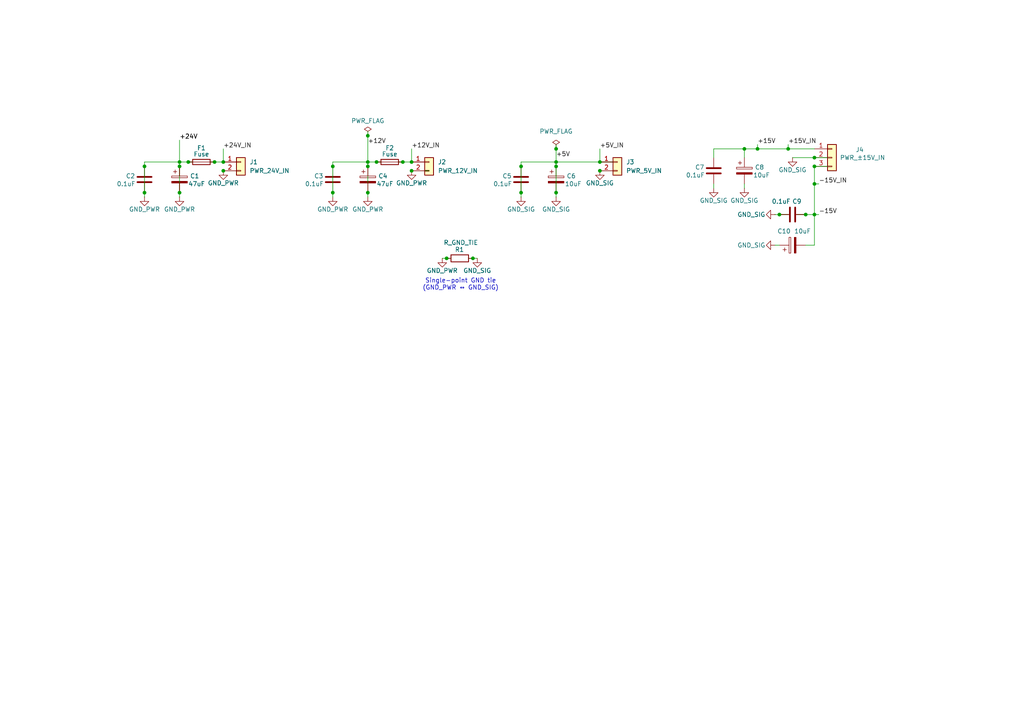
<source format=kicad_sch>
(kicad_sch (version 20250114) (generator "eeschema") (generator_version "9.0")
  (paper "A4")
  (lib_symbols
    (symbol "Connector_Generic:Conn_01x02" (pin_names (offset 1.016) (hide yes))
      (property "Reference" "J" (at 0 2.54 0))
      (property "Value" "Conn_01x02" (at 0 -5.08 0))
      (symbol "Conn_01x02_1_1"
        (rectangle (start -1.27 1.27) (end 1.27 -3.81) (stroke (width 0.254)) (fill (type background)))
        (rectangle (start -1.27 0.127) (end 0 -0.127) (stroke (width 0.1524)))
        (rectangle (start -1.27 -2.413) (end 0 -2.667) (stroke (width 0.1524)))
        (pin passive line (at -5.08 0 0) (length 3.81) (name "Pin_1") (number "1"))
        (pin passive line (at -5.08 -2.54 0) (length 3.81) (name "Pin_2") (number "2"))
      )
    )
    (symbol "Connector_Generic:Conn_01x03" (pin_names (offset 1.016) (hide yes))
      (property "Reference" "J" (at 0 5.08 0))
      (property "Value" "Conn_01x03" (at 0 -5.08 0))
      (symbol "Conn_01x03_1_1"
        (rectangle (start -1.27 3.81) (end 1.27 -3.81) (stroke (width 0.254)) (fill (type background)))
        (rectangle (start -1.27 2.667) (end 0 2.413) (stroke (width 0.1524)))
        (rectangle (start -1.27 0.127) (end 0 -0.127) (stroke (width 0.1524)))
        (rectangle (start -1.27 -2.413) (end 0 -2.667) (stroke (width 0.1524)))
        (pin passive line (at -5.08 2.54 0) (length 3.81) (name "Pin_1") (number "1"))
        (pin passive line (at -5.08 0 0) (length 3.81) (name "Pin_2") (number "2"))
        (pin passive line (at -5.08 -2.54 0) (length 3.81) (name "Pin_3") (number "3"))
      )
    )
    (symbol "Device:C" (pin_numbers (hide yes)) (pin_names (offset 0.254))
      (property "Reference" "C" (at 0.635 2.54 0))
      (property "Value" "C" (at 0.635 -2.54 0))
      (symbol "C_0_1"
        (polyline (pts (xy -2.032 0.762) (xy 2.032 0.762)) (stroke (width 0.508)))
        (polyline (pts (xy -2.032 -0.762) (xy 2.032 -0.762)) (stroke (width 0.508)))
      )
      (symbol "C_1_1"
        (pin passive line (at 0 3.81 270) (length 2.794) (name "~") (number "1"))
        (pin passive line (at 0 -3.81 90) (length 2.794) (name "~") (number "2"))
      )
    )
    (symbol "Device:C_Polarized" (pin_numbers (hide yes)) (pin_names (offset 0.254))
      (property "Reference" "C" (at 0.635 2.54 0))
      (property "Value" "C_Polarized" (at 0.635 -2.54 0))
      (symbol "C_Polarized_0_1"
        (rectangle (start -2.286 0.508) (end 2.286 1.016))
        (polyline (pts (xy -1.778 2.286) (xy -0.762 2.286)))
        (polyline (pts (xy -1.27 2.794) (xy -1.27 1.778)))
        (rectangle (start 2.286 -0.508) (end -2.286 -1.016) (fill (type outline)))
      )
      (symbol "C_Polarized_1_1"
        (pin passive line (at 0 3.81 270) (length 2.794) (name "~") (number "1"))
        (pin passive line (at 0 -3.81 90) (length 2.794) (name "~") (number "2"))
      )
    )
    (symbol "Device:Fuse" (pin_numbers (hide yes)) (pin_names (offset 0))
      (property "Reference" "F" (at 2.032 0 90))
      (property "Value" "Fuse" (at -1.905 0 90))
      (symbol "Fuse_0_1"
        (rectangle (start -0.762 -2.54) (end 0.762 2.54) (stroke (width 0.254)))
        (polyline (pts (xy 0 2.54) (xy 0 -2.54)))
      )
      (symbol "Fuse_1_1"
        (pin passive line (at 0 3.81 270) (length 1.27) (name "~") (number "1"))
        (pin passive line (at 0 -3.81 90) (length 1.27) (name "~") (number "2"))
      )
    )
    (symbol "Device:R" (pin_numbers (hide yes)) (pin_names (offset 0))
      (property "Reference" "R" (at 2.032 0 90))
      (property "Value" "R" (at 0 0 90))
      (symbol "R_0_1"
        (rectangle (start -1.016 -2.54) (end 1.016 2.54) (stroke (width 0.254)))
      )
      (symbol "R_1_1"
        (pin passive line (at 0 3.81 270) (length 1.27) (name "~") (number "1"))
        (pin passive line (at 0 -3.81 90) (length 1.27) (name "~") (number "2"))
      )
    )
    (symbol "power:GND" (power) (pin_numbers (hide yes)) (pin_names (offset 0) (hide yes))
      (property "Value" "GND" (at 0 -3.81 0))
      (symbol "GND_0_1"
        (polyline (pts (xy 0 0) (xy 0 -1.27) (xy 1.27 -1.27) (xy 0 -2.54) (xy -1.27 -1.27) (xy 0 -1.27)))
      )
      (symbol "GND_1_1"
        (pin power_in line (at 0 0 270) (length 0) (name "~") (number "1"))
      )
    )
    (symbol "power:PWR_FLAG" (power) (pin_numbers (hide yes)) (pin_names (offset 0) (hide yes))
      (property "Value" "PWR_FLAG" (at 0 3.81 0))
      (symbol "PWR_FLAG_0_0"
        (pin power_out line (at 0 0 90) (length 0) (name "~") (number "1"))
      )
      (symbol "PWR_FLAG_0_1"
        (polyline (pts (xy 0 0) (xy 0 1.27) (xy -1.016 1.905) (xy 0 2.54) (xy 1.016 1.905) (xy 0 1.27)))
      )
    )
  )
  (text "Single-point GND tie\n(GND_PWR ↔ GND_SIG)" (at 133.604 82.55 0) (effects (font (size 1.27 1.27))))
  (junction (at 173.99 49.53))
  (junction (at 151.13 48.26))
  (junction (at 96.52 48.26))
  (junction (at 161.29 43.18))
  (junction (at 236.22 62.23))
  (junction (at 161.29 46.99))
  (junction (at 106.68 39.37))
  (junction (at 119.38 49.53))
  (junction (at 64.77 49.53))
  (junction (at 215.9 43.18))
  (junction (at 41.91 55.88))
  (junction (at 116.84 46.99))
  (junction (at 52.07 48.26))
  (junction (at 106.68 55.88))
  (junction (at 236.22 45.72))
  (junction (at 161.29 55.88))
  (junction (at 228.6 43.18))
  (junction (at 161.29 48.26))
  (junction (at 54.61 46.99))
  (junction (at 233.68 62.23))
  (junction (at 106.68 46.99))
  (junction (at 226.06 62.23))
  (junction (at 41.91 48.26))
  (junction (at 129.54 74.93))
  (junction (at 96.52 55.88))
  (junction (at 52.07 46.99))
  (junction (at 119.38 46.99))
  (junction (at 62.23 46.99))
  (junction (at 219.71 43.18))
  (junction (at 106.68 48.26))
  (junction (at 236.22 53.34))
  (junction (at 151.13 55.88))
  (junction (at 173.99 46.99))
  (junction (at 109.22 46.99))
  (junction (at 137.16 74.93))
  (junction (at 64.77 46.99))
  (junction (at 236.22 48.26))
  (junction (at 52.07 55.88))
  (wire (pts (xy 96.52 48.26) (xy 96.52 46.99)))
  (wire (pts (xy 60.96 46.99) (xy 62.23 46.99)))
  (wire (pts (xy 106.68 46.99) (xy 109.22 46.99)))
  (wire (pts (xy 119.38 46.99) (xy 119.38 43.18)))
  (wire (pts (xy 236.22 53.34) (xy 236.22 62.23)))
  (wire (pts (xy 173.99 49.53) (xy 177.8 49.53)))
  (wire (pts (xy 161.29 48.26) (xy 161.29 55.88)))
  (wire (pts (xy 207.01 43.18) (xy 207.01 45.72)))
  (wire (pts (xy 128.27 74.93) (xy 129.54 74.93)))
  (wire (pts (xy 52.07 46.99) (xy 41.91 46.99)))
  (wire (pts (xy 229.87 45.72) (xy 236.22 45.72)))
  (wire (pts (xy 96.52 48.26) (xy 96.52 55.88)))
  (wire (pts (xy 228.6 43.18) (xy 219.71 43.18)))
  (wire (pts (xy 52.07 40.64) (xy 52.07 46.99)))
  (wire (pts (xy 62.23 46.99) (xy 64.77 46.99)))
  (wire (pts (xy 106.68 55.88) (xy 106.68 57.15)))
  (wire (pts (xy 236.22 43.18) (xy 228.6 43.18)))
  (wire (pts (xy 228.6 41.91) (xy 228.6 43.18)))
  (wire (pts (xy 137.16 74.93) (xy 138.43 74.93)))
  (wire (pts (xy 41.91 48.26) (xy 41.91 46.99)))
  (wire (pts (xy 151.13 48.26) (xy 151.13 46.99)))
  (wire (pts (xy 233.68 62.23) (xy 236.22 62.23)))
  (wire (pts (xy 64.77 46.99) (xy 64.77 43.18)))
  (wire (pts (xy 106.68 46.99) (xy 96.52 46.99)))
  (wire (pts (xy 236.22 53.34) (xy 237.49 53.34)))
  (wire (pts (xy 52.07 55.88) (xy 52.07 57.15)))
  (wire (pts (xy 106.68 48.26) (xy 106.68 55.88)))
  (wire (pts (xy 207.01 53.34) (xy 207.01 54.61)))
  (wire (pts (xy 161.29 46.99) (xy 173.99 46.99)))
  (wire (pts (xy 215.9 43.18) (xy 215.9 45.72)))
  (wire (pts (xy 231.14 62.23) (xy 233.68 62.23)))
  (wire (pts (xy 236.22 62.23) (xy 237.49 62.23)))
  (wire (pts (xy 151.13 55.88) (xy 151.13 57.15)))
  (wire (pts (xy 215.9 43.18) (xy 207.01 43.18)))
  (wire (pts (xy 135.89 74.93) (xy 137.16 74.93)))
  (wire (pts (xy 161.29 46.99) (xy 151.13 46.99)))
  (wire (pts (xy 224.79 62.23) (xy 226.06 62.23)))
  (wire (pts (xy 54.61 46.99) (xy 55.88 46.99)))
  (wire (pts (xy 119.38 49.53) (xy 124.46 49.53)))
  (wire (pts (xy 161.29 46.99) (xy 161.29 48.26)))
  (wire (pts (xy 219.71 43.18) (xy 215.9 43.18)))
  (wire (pts (xy 219.71 41.91) (xy 219.71 43.18)))
  (wire (pts (xy 161.29 41.91) (xy 161.29 43.18)))
  (wire (pts (xy 109.22 46.99) (xy 110.49 46.99)))
  (wire (pts (xy 129.54 74.93) (xy 130.81 74.93)))
  (wire (pts (xy 215.9 53.34) (xy 215.9 54.61)))
  (wire (pts (xy 41.91 55.88) (xy 41.91 57.15)))
  (wire (pts (xy 52.07 46.99) (xy 52.07 48.26)))
  (wire (pts (xy 52.07 48.26) (xy 52.07 55.88)))
  (wire (pts (xy 96.52 55.88) (xy 96.52 57.15)))
  (wire (pts (xy 236.22 45.72) (xy 240.03 45.72)))
  (wire (pts (xy 52.07 46.99) (xy 54.61 46.99)))
  (wire (pts (xy 173.99 46.99) (xy 173.99 43.18)))
  (wire (pts (xy 173.99 46.99) (xy 177.8 46.99)))
  (wire (pts (xy 161.29 55.88) (xy 161.29 57.15)))
  (wire (pts (xy 64.77 49.53) (xy 68.58 49.53)))
  (wire (pts (xy 106.68 46.99) (xy 106.68 48.26)))
  (wire (pts (xy 41.91 48.26) (xy 41.91 55.88)))
  (wire (pts (xy 161.29 43.18) (xy 161.29 46.99)))
  (wire (pts (xy 226.06 62.23) (xy 228.6 62.23)))
  (wire (pts (xy 236.22 48.26) (xy 236.22 53.34)))
  (wire (pts (xy 106.68 39.37) (xy 106.68 46.99)))
  (wire (pts (xy 236.22 71.12) (xy 236.22 62.23)))
  (wire (pts (xy 151.13 48.26) (xy 151.13 55.88)))
  (wire (pts (xy 226.06 71.12) (xy 224.79 71.12)))
  (wire (pts (xy 240.03 48.26) (xy 236.22 48.26)))
  (wire (pts (xy 116.84 46.99) (xy 119.38 46.99)))
  (wire (pts (xy 236.22 71.12) (xy 233.68 71.12)))
  (wire (pts (xy 115.57 46.99) (xy 116.84 46.99)))
  (wire (pts (xy 106.68 38.1) (xy 106.68 39.37)))
  (label "+12V" (at 106.68 41.91 0))
  (label "+15V_IN" (at 228.6 41.91 0))
  (label "+24V" (at 52.07 40.64 0))
  (label "+24V" (at 52.07 40.64 0))
  (label "-15V_IN" (at 237.49 53.34 0))
  (label "+5V_IN" (at 173.99 43.18 0))
  (label "+12V_IN" (at 119.38 43.18 0))
  (label "+15V" (at 219.71 41.91 0))
  (label "+5V" (at 161.29 45.72 0))
  (label "+24V_IN" (at 64.77 43.18 0))
  (label "-15V" (at 237.49 62.23 0))
  (symbol (lib_id "power:GND") (at 224.79 62.23 270) (unit 1)
    (property "Reference" "#PWR016" (effects (hide yes)))
    (property "Value" "GND_SIG" (at 217.932 62.23 90))
    (property "Description" "Power symbol creates a global label with name \"GND\" , ground" (effects (hide yes)))
  )
  (symbol (lib_id "Device:C_Polarized") (at 52.07 52.07 0) (unit 1)
    (property "Reference" "C1" (at 55.118 51.054 0) (effects (justify left)))
    (property "Value" "47uF" (at 54.61 53.34 0) (effects (justify left)))
    (property "Description" "Polarized capacitor" (effects (hide yes)))
  )
  (symbol (lib_id "Device:C") (at 207.01 49.53 0) (unit 1)
    (property "Reference" "C7" (at 202.946 48.514 0))
    (property "Value" "0.1uF" (at 201.676 50.8 0))
    (property "Description" "Unpolarized capacitor" (effects (hide yes)))
  )
  (symbol (lib_id "power:GND") (at 151.13 57.15 0) (unit 1)
    (property "Reference" "#PWR02" (effects (hide yes)))
    (property "Value" "GND_SIG" (at 151.13 60.706 0))
    (property "Description" "Power symbol creates a global label with name \"GND\" , ground" (effects (hide yes)))
  )
  (symbol (lib_id "power:GND") (at 207.01 54.61 0) (unit 1)
    (property "Reference" "#PWR014" (effects (hide yes)))
    (property "Value" "GND_SIG" (at 207.01 58.166 0))
    (property "Description" "Power symbol creates a global label with name \"GND\" , ground" (effects (hide yes)))
  )
  (symbol (lib_id "Device:Fuse") (at 113.03 46.99 90) (unit 1)
    (property "Reference" "F2" (at 113.03 42.926 90))
    (property "Value" "Fuse" (at 113.03 44.704 90))
    (property "Description" "Fuse" (effects (hide yes)))
  )
  (symbol (lib_id "Device:C_Polarized") (at 106.68 52.07 0) (unit 1)
    (property "Reference" "C4" (at 109.728 51.054 0) (effects (justify left)))
    (property "Value" "47uF" (at 109.22 53.34 0) (effects (justify left)))
    (property "Description" "Polarized capacitor" (effects (hide yes)))
  )
  (symbol (lib_id "power:GND") (at 138.43 74.93 0) (unit 1)
    (property "Reference" "#PWR012" (effects (hide yes)))
    (property "Value" "GND_SIG" (at 138.43 78.486 0))
    (property "Description" "Power symbol creates a global label with name \"GND\" , ground" (effects (hide yes)))
  )
  (symbol (lib_id "power:PWR_FLAG") (at 161.29 43.18 0) (unit 1)
    (property "Reference" "#FLG02" (effects (hide yes)))
    (property "Value" "PWR_FLAG" (at 161.29 38.1 0))
    (property "Description" "Special symbol for telling ERC where power comes from" (effects (hide yes)))
  )
  (symbol (lib_id "power:PWR_FLAG") (at 106.68 39.37 0) (unit 1)
    (property "Reference" "#FLG01" (effects (hide yes)))
    (property "Value" "PWR_FLAG" (at 106.68 35.052 0))
    (property "Description" "Special symbol for telling ERC where power comes from" (effects (hide yes)))
  )
  (symbol (lib_id "Device:C") (at 151.13 52.07 0) (unit 1)
    (property "Reference" "C5" (at 147.066 51.054 0))
    (property "Value" "0.1uF" (at 145.796 53.34 0))
    (property "Description" "Unpolarized capacitor" (effects (hide yes)))
  )
  (symbol (lib_id "Device:R") (at 133.35 74.93 90) (unit 1)
    (property "Reference" "R_GND_TIE" (at 138.684 70.358 90) (effects (justify left)))
    (property "Value" "R1" (at 134.6199 72.39 90) (effects (justify left)))
    (property "Description" "Resistor" (effects (hide yes)))
  )
  (symbol (lib_id "power:GND") (at 119.38 49.53 0) (unit 1)
    (property "Reference" "#PWR09" (effects (hide yes)))
    (property "Value" "GND_PWR" (at 119.38 53.086 0))
    (property "Description" "Power symbol creates a global label with name \"GND\" , ground" (effects (hide yes)))
  )
  (symbol (lib_id "power:GND") (at 161.29 57.15 0) (unit 1)
    (property "Reference" "#PWR010" (effects (hide yes)))
    (property "Value" "GND_SIG" (at 161.29 60.706 0))
    (property "Description" "Power symbol creates a global label with name \"GND\" , ground" (effects (hide yes)))
  )
  (symbol (lib_id "Connector_Generic:Conn_01x03") (at 241.3 45.72 0) (unit 1)
    (property "Reference" "J4" (at 248.158 43.434 0) (effects (justify left)))
    (property "Value" "PWR_±15V_IN" (at 243.586 45.72 0) (effects (justify left)))
    (property "Description" "Generic connector, single row, 01x03, script generated (kicad-library-utils/schlib/autogen/connector/)" (effects (hide yes)))
  )
  (symbol (lib_id "Connector_Generic:Conn_01x02") (at 69.85 46.99 0) (unit 1)
    (property "Reference" "J1" (at 72.39 46.9899 0) (effects (justify left)))
    (property "Value" "PWR_24V_IN" (at 72.39 49.5299 0) (effects (justify left)))
    (property "Description" "Generic connector, single row, 01x02, script generated (kicad-library-utils/schlib/autogen/connector/)" (effects (hide yes)))
  )
  (symbol (lib_id "power:GND") (at 215.9 54.61 0) (unit 1)
    (property "Reference" "#PWR015" (effects (hide yes)))
    (property "Value" "GND_SIG" (at 215.9 58.166 0))
    (property "Description" "Power symbol creates a global label with name \"GND\" , ground" (effects (hide yes)))
  )
  (symbol (lib_id "power:GND") (at 96.52 57.15 0) (unit 1)
    (property "Reference" "#PWR01" (effects (hide yes)))
    (property "Value" "GND_PWR" (at 96.52 60.706 0))
    (property "Description" "Power symbol creates a global label with name \"GND\" , ground" (effects (hide yes)))
  )
  (symbol (lib_id "Device:C_Polarized") (at 161.29 52.07 0) (unit 1)
    (property "Reference" "C6" (at 164.338 51.054 0) (effects (justify left)))
    (property "Value" "10uF" (at 163.83 53.34 0) (effects (justify left)))
    (property "Description" "Polarized capacitor" (effects (hide yes)))
  )
  (symbol (lib_id "power:GND") (at 106.68 57.15 0) (unit 1)
    (property "Reference" "#PWR08" (effects (hide yes)))
    (property "Value" "GND_PWR" (at 106.68 60.706 0))
    (property "Description" "Power symbol creates a global label with name \"GND\" , ground" (effects (hide yes)))
  )
  (symbol (lib_id "Device:C_Polarized") (at 215.9 49.53 0) (unit 1)
    (property "Reference" "C8" (at 218.948 48.514 0) (effects (justify left)))
    (property "Value" "10uF" (at 218.44 50.8 0) (effects (justify left)))
    (property "Description" "Polarized capacitor" (effects (hide yes)))
  )
  (symbol (lib_id "power:GND") (at 52.07 57.15 0) (unit 1)
    (property "Reference" "#PWR05" (effects (hide yes)))
    (property "Value" "GND_PWR" (at 52.07 60.706 0))
    (property "Description" "Power symbol creates a global label with name \"GND\" , ground" (effects (hide yes)))
  )
  (symbol (lib_id "Connector_Generic:Conn_01x02") (at 179.07 46.99 0) (unit 1)
    (property "Reference" "J3" (at 181.61 46.9899 0) (effects (justify left)))
    (property "Value" "PWR_5V_IN" (at 181.61 49.5299 0) (effects (justify left)))
    (property "Description" "Generic connector, single row, 01x02, script generated (kicad-library-utils/schlib/autogen/connector/)" (effects (hide yes)))
  )
  (symbol (lib_id "power:GND") (at 173.99 49.53 0) (unit 1)
    (property "Reference" "#PWR011" (effects (hide yes)))
    (property "Value" "GND_SIG" (at 173.99 53.086 0))
    (property "Description" "Power symbol creates a global label with name \"GND\" , ground" (effects (hide yes)))
  )
  (symbol (lib_id "Device:C") (at 96.52 52.07 0) (unit 1)
    (property "Reference" "C3" (at 92.456 51.054 0))
    (property "Value" "0.1uF" (at 91.186 53.34 0))
    (property "Description" "Unpolarized capacitor" (effects (hide yes)))
  )
  (symbol (lib_id "power:GND") (at 41.91 57.15 0) (unit 1)
    (property "Reference" "#PWR06" (effects (hide yes)))
    (property "Value" "GND_PWR" (at 41.91 60.706 0))
    (property "Description" "Power symbol creates a global label with name \"GND\" , ground" (effects (hide yes)))
  )
  (symbol (lib_id "Connector_Generic:Conn_01x02") (at 124.46 46.99 0) (unit 1)
    (property "Reference" "J2" (at 127 46.9899 0) (effects (justify left)))
    (property "Value" "PWR_12V_IN" (at 127 49.5299 0) (effects (justify left)))
    (property "Description" "Generic connector, single row, 01x02, script generated (kicad-library-utils/schlib/autogen/connector/)" (effects (hide yes)))
  )
  (symbol (lib_id "Device:Fuse") (at 58.42 46.99 90) (unit 1)
    (property "Reference" "F1" (at 58.42 42.926 90))
    (property "Value" "Fuse" (at 58.42 44.704 90))
    (property "Description" "Fuse" (effects (hide yes)))
  )
  (symbol (lib_id "power:GND") (at 64.77 49.53 0) (unit 1)
    (property "Reference" "#PWR07" (effects (hide yes)))
    (property "Value" "GND_PWR" (at 64.77 53.086 0))
    (property "Description" "Power symbol creates a global label with name \"GND\" , ground" (effects (hide yes)))
  )
  (symbol (lib_id "power:GND") (at 128.27 74.93 0) (unit 1)
    (property "Reference" "#PWR04" (effects (hide yes)))
    (property "Value" "GND_PWR" (at 128.27 78.486 0))
    (property "Description" "Power symbol creates a global label with name \"GND\" , ground" (effects (hide yes)))
  )
  (symbol (lib_id "Device:C_Polarized") (at 229.87 71.12 90) (unit 1)
    (property "Reference" "C10" (at 229.362 67.056 90) (effects (justify left)))
    (property "Value" "10uF" (at 235.204 67.056 90) (effects (justify left)))
    (property "Description" "Polarized capacitor" (effects (hide yes)))
  )
  (symbol (lib_id "power:GND") (at 229.87 45.72 0) (unit 1)
    (property "Reference" "#PWR013" (effects (hide yes)))
    (property "Value" "GND_SIG" (at 229.87 49.276 0))
    (property "Description" "Power symbol creates a global label with name \"GND\" , ground" (effects (hide yes)))
  )
  (symbol (lib_id "Device:C") (at 41.91 52.07 0) (unit 1)
    (property "Reference" "C2" (at 37.846 51.054 0))
    (property "Value" "0.1uF" (at 36.576 53.34 0))
    (property "Description" "Unpolarized capacitor" (effects (hide yes)))
  )
  (symbol (lib_id "power:GND") (at 224.79 71.12 270) (unit 1)
    (property "Reference" "#PWR017" (effects (hide yes)))
    (property "Value" "GND_SIG" (at 217.932 71.12 90))
    (property "Description" "Power symbol creates a global label with name \"GND\" , ground" (effects (hide yes)))
  )
  (symbol (lib_id "Device:C") (at 229.87 62.23 270) (unit 1)
    (property "Reference" "C9" (at 231.14 58.42 90))
    (property "Value" "0.1uF" (at 226.568 58.42 90))
    (property "Description" "Unpolarized capacitor" (effects (hide yes)))
  )
)
</source>
